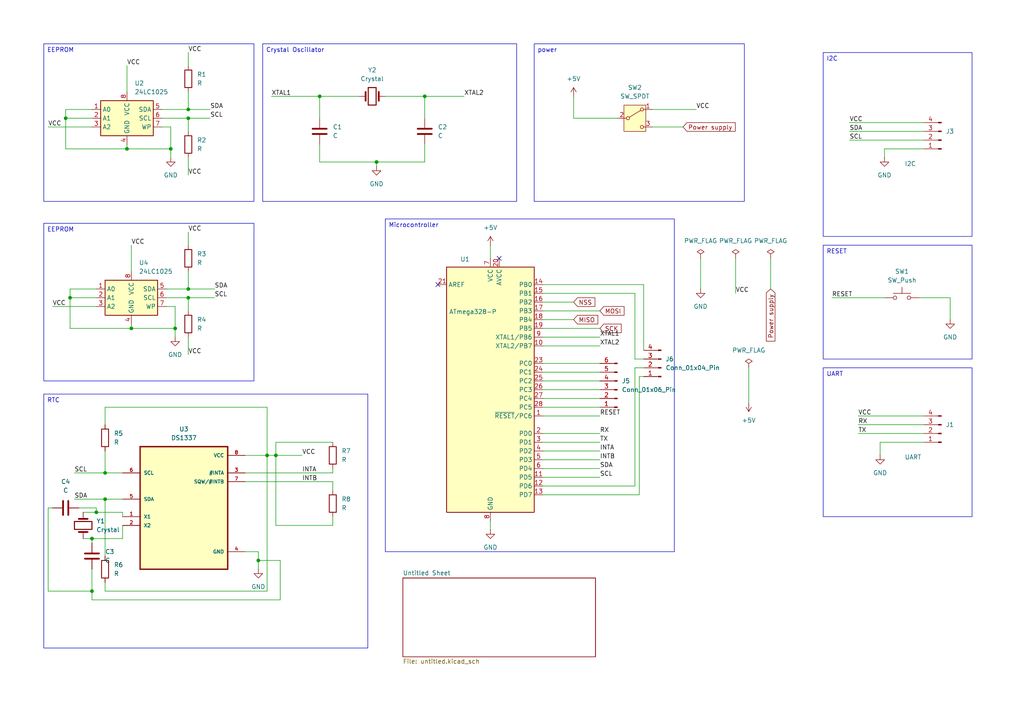
<source format=kicad_sch>
(kicad_sch (version 20231120) (generator "eeschema") (generator_version "8.0")
  (paper "A4")
  (title_block (title "${Title}") (date "2025-03-20") (rev "${Version}") (company "${Author}"))
  (lib_symbols
    (symbol "Connector:Conn_01x04_Pin" (pin_names (offset 1.016) hide)
      (property "Reference" "J" (at 0 5.08 0))
      (property "Value" "Conn_01x04_Pin" (at 0 -7.62 0))
      (symbol "Conn_01x04_Pin_1_1"
        (polyline (pts (xy 1.27 -5.08) (xy 0.8636 -5.08)) (stroke (width 0.1524)))
        (polyline (pts (xy 1.27 -2.54) (xy 0.8636 -2.54)) (stroke (width 0.1524)))
        (polyline (pts (xy 1.27 0) (xy 0.8636 0)) (stroke (width 0.1524)))
        (polyline (pts (xy 1.27 2.54) (xy 0.8636 2.54)) (stroke (width 0.1524)))
        (rectangle (start 0.8636 -4.953) (end 0 -5.207) (stroke (width 0.1524)) (fill (type outline)))
        (rectangle (start 0.8636 -2.413) (end 0 -2.667) (stroke (width 0.1524)) (fill (type outline)))
        (rectangle (start 0.8636 0.127) (end 0 -0.127) (stroke (width 0.1524)) (fill (type outline)))
        (rectangle (start 0.8636 2.667) (end 0 2.413) (stroke (width 0.1524)) (fill (type outline)))
        (pin passive line (at 5.08 2.54 180) (length 3.81) (name "Pin_1") (number "1"))
        (pin passive line (at 5.08 0 180) (length 3.81) (name "Pin_2") (number "2"))
        (pin passive line (at 5.08 -2.54 180) (length 3.81) (name "Pin_3") (number "3"))
        (pin passive line (at 5.08 -5.08 180) (length 3.81) (name "Pin_4") (number "4"))
      )
    )
    (symbol "Connector:Conn_01x06_Pin" (pin_names (offset 1.016) hide)
      (property "Reference" "J" (at 0 7.62 0))
      (property "Value" "Conn_01x06_Pin" (at 0 -10.16 0))
      (symbol "Conn_01x06_Pin_1_1"
        (polyline (pts (xy 1.27 -7.62) (xy 0.8636 -7.62)) (stroke (width 0.1524)))
        (polyline (pts (xy 1.27 -5.08) (xy 0.8636 -5.08)) (stroke (width 0.1524)))
        (polyline (pts (xy 1.27 -2.54) (xy 0.8636 -2.54)) (stroke (width 0.1524)))
        (polyline (pts (xy 1.27 0) (xy 0.8636 0)) (stroke (width 0.1524)))
        (polyline (pts (xy 1.27 2.54) (xy 0.8636 2.54)) (stroke (width 0.1524)))
        (polyline (pts (xy 1.27 5.08) (xy 0.8636 5.08)) (stroke (width 0.1524)))
        (rectangle (start 0.8636 -7.493) (end 0 -7.747) (stroke (width 0.1524)) (fill (type outline)))
        (rectangle (start 0.8636 -4.953) (end 0 -5.207) (stroke (width 0.1524)) (fill (type outline)))
        (rectangle (start 0.8636 -2.413) (end 0 -2.667) (stroke (width 0.1524)) (fill (type outline)))
        (rectangle (start 0.8636 0.127) (end 0 -0.127) (stroke (width 0.1524)) (fill (type outline)))
        (rectangle (start 0.8636 2.667) (end 0 2.413) (stroke (width 0.1524)) (fill (type outline)))
        (rectangle (start 0.8636 5.207) (end 0 4.953) (stroke (width 0.1524)) (fill (type outline)))
        (pin passive line (at 5.08 5.08 180) (length 3.81) (name "Pin_1") (number "1"))
        (pin passive line (at 5.08 2.54 180) (length 3.81) (name "Pin_2") (number "2"))
        (pin passive line (at 5.08 0 180) (length 3.81) (name "Pin_3") (number "3"))
        (pin passive line (at 5.08 -2.54 180) (length 3.81) (name "Pin_4") (number "4"))
        (pin passive line (at 5.08 -5.08 180) (length 3.81) (name "Pin_5") (number "5"))
        (pin passive line (at 5.08 -7.62 180) (length 3.81) (name "Pin_6") (number "6"))
      )
    )
    (symbol "DS1337:DS1337" (pin_names (offset 1.016))
      (property "Reference" "U" (at -12.7 18.78 0))
      (property "Value" "DS1337" (at -12.7 -21.78 0))
      (symbol "DS1337_0_0"
        (rectangle (start -12.7 -17.78) (end 12.7 17.78) (stroke (width 0.41)) (fill (type background)))
        (pin bidirectional line (at -17.78 -2.54 0) (length 5.08) (name "X1") (number "1"))
        (pin bidirectional line (at -17.78 -5.08 0) (length 5.08) (name "X2") (number "2"))
        (pin output line (at 17.78 10.16 180) (length 5.08) (name "#INTA") (number "3"))
        (pin power_in line (at 17.78 -12.7 180) (length 5.08) (name "GND") (number "4"))
        (pin bidirectional line (at -17.78 2.54 0) (length 5.08) (name "SDA") (number "5"))
        (pin input line (at -17.78 10.16 0) (length 5.08) (name "SCL") (number "6"))
        (pin output line (at 17.78 7.62 180) (length 5.08) (name "SQW/#INTB") (number "7"))
        (pin power_in line (at 17.78 15.24 180) (length 5.08) (name "VCC") (number "8"))
      )
    )
    (symbol "Device:C" (pin_numbers hide) (pin_names (offset 0.254))
      (property "Reference" "C" (at 0.635 2.54 0))
      (property "Value" "C" (at 0.635 -2.54 0))
      (symbol "C_0_1"
        (polyline (pts (xy -2.032 -0.762) (xy 2.032 -0.762)) (stroke (width 0.508)))
        (polyline (pts (xy -2.032 0.762) (xy 2.032 0.762)) (stroke (width 0.508)))
      )
      (symbol "C_1_1"
        (pin passive line (at 0 3.81 270) (length 2.794) (name "~") (number "1"))
        (pin passive line (at 0 -3.81 90) (length 2.794) (name "~") (number "2"))
      )
    )
    (symbol "Device:Crystal" (pin_numbers hide) (pin_names (offset 1.016) hide)
      (property "Reference" "Y" (at 0 3.81 0))
      (property "Value" "Crystal" (at 0 -3.81 0))
      (symbol "Crystal_0_1"
        (rectangle (start -1.143 2.54) (end 1.143 -2.54) (stroke (width 0.3048)))
        (polyline (pts (xy -2.54 0) (xy -1.905 0)))
        (polyline (pts (xy -1.905 -1.27) (xy -1.905 1.27)) (stroke (width 0.508)))
        (polyline (pts (xy 1.905 -1.27) (xy 1.905 1.27)) (stroke (width 0.508)))
        (polyline (pts (xy 2.54 0) (xy 1.905 0)))
      )
      (symbol "Crystal_1_1"
        (pin passive line (at -3.81 0 0) (length 1.27) (name "1") (number "1"))
        (pin passive line (at 3.81 0 180) (length 1.27) (name "2") (number "2"))
      )
    )
    (symbol "Device:R" (pin_numbers hide) (pin_names (offset 0))
      (property "Reference" "R" (at 2.032 0 90))
      (property "Value" "R" (at 0 0 90))
      (symbol "R_0_1"
        (rectangle (start -1.016 -2.54) (end 1.016 2.54) (stroke (width 0.254)))
      )
      (symbol "R_1_1"
        (pin passive line (at 0 3.81 270) (length 1.27) (name "~") (number "1"))
        (pin passive line (at 0 -3.81 90) (length 1.27) (name "~") (number "2"))
      )
    )
    (symbol "MCU_Microchip_ATmega:ATmega328-P"
      (property "Reference" "U" (at -12.7 36.83 0))
      (property "Value" "ATmega328-P" (at 2.54 -36.83 0))
      (symbol "ATmega328-P_0_1"
        (rectangle (start -12.7 -35.56) (end 12.7 35.56) (stroke (width 0.254)) (fill (type background)))
      )
      (symbol "ATmega328-P_1_1"
        (pin bidirectional line (at 15.24 -7.62 180) (length 2.54) (name "~{RESET}/PC6") (number "1"))
        (pin bidirectional line (at 15.24 12.7 180) (length 2.54) (name "XTAL2/PB7") (number "10"))
        (pin bidirectional line (at 15.24 -25.4 180) (length 2.54) (name "PD5") (number "11"))
        (pin bidirectional line (at 15.24 -27.94 180) (length 2.54) (name "PD6") (number "12"))
        (pin bidirectional line (at 15.24 -30.48 180) (length 2.54) (name "PD7") (number "13"))
        (pin bidirectional line (at 15.24 30.48 180) (length 2.54) (name "PB0") (number "14"))
        (pin bidirectional line (at 15.24 27.94 180) (length 2.54) (name "PB1") (number "15"))
        (pin bidirectional line (at 15.24 25.4 180) (length 2.54) (name "PB2") (number "16"))
        (pin bidirectional line (at 15.24 22.86 180) (length 2.54) (name "PB3") (number "17"))
        (pin bidirectional line (at 15.24 20.32 180) (length 2.54) (name "PB4") (number "18"))
        (pin bidirectional line (at 15.24 17.78 180) (length 2.54) (name "PB5") (number "19"))
        (pin bidirectional line (at 15.24 -12.7 180) (length 2.54) (name "PD0") (number "2"))
        (pin power_in line (at 2.54 38.1 270) (length 2.54) (name "AVCC") (number "20"))
        (pin passive line (at -15.24 30.48 0) (length 2.54) (name "AREF") (number "21"))
        (pin passive line (at 0 -38.1 90) (length 2.54) hide (name "GND") (number "22"))
        (pin bidirectional line (at 15.24 7.62 180) (length 2.54) (name "PC0") (number "23"))
        (pin bidirectional line (at 15.24 5.08 180) (length 2.54) (name "PC1") (number "24"))
        (pin bidirectional line (at 15.24 2.54 180) (length 2.54) (name "PC2") (number "25"))
        (pin bidirectional line (at 15.24 0 180) (length 2.54) (name "PC3") (number "26"))
        (pin bidirectional line (at 15.24 -2.54 180) (length 2.54) (name "PC4") (number "27"))
        (pin bidirectional line (at 15.24 -5.08 180) (length 2.54) (name "PC5") (number "28"))
        (pin bidirectional line (at 15.24 -15.24 180) (length 2.54) (name "PD1") (number "3"))
        (pin bidirectional line (at 15.24 -17.78 180) (length 2.54) (name "PD2") (number "4"))
        (pin bidirectional line (at 15.24 -20.32 180) (length 2.54) (name "PD3") (number "5"))
        (pin bidirectional line (at 15.24 -22.86 180) (length 2.54) (name "PD4") (number "6"))
        (pin power_in line (at 0 38.1 270) (length 2.54) (name "VCC") (number "7"))
        (pin power_in line (at 0 -38.1 90) (length 2.54) (name "GND") (number "8"))
        (pin bidirectional line (at 15.24 15.24 180) (length 2.54) (name "XTAL1/PB6") (number "9"))
      )
    )
    (symbol "Memory_EEPROM:24LC1025"
      (property "Reference" "U" (at -6.35 6.35 0))
      (property "Value" "24LC1025" (at 1.27 6.35 0))
      (symbol "24LC1025_1_1"
        (rectangle (start -7.62 5.08) (end 7.62 -5.08) (stroke (width 0.254)) (fill (type background)))
        (pin input line (at -10.16 2.54 0) (length 2.54) (name "A0") (number "1"))
        (pin input line (at -10.16 0 0) (length 2.54) (name "A1") (number "2"))
        (pin input line (at -10.16 -2.54 0) (length 2.54) (name "A2") (number "3"))
        (pin power_in line (at 0 -7.62 90) (length 2.54) (name "GND") (number "4"))
        (pin bidirectional line (at 10.16 2.54 180) (length 2.54) (name "SDA") (number "5"))
        (pin input line (at 10.16 0 180) (length 2.54) (name "SCL") (number "6"))
        (pin input line (at 10.16 -2.54 180) (length 2.54) (name "WP") (number "7"))
        (pin power_in line (at 0 7.62 270) (length 2.54) (name "VCC") (number "8"))
      )
    )
    (symbol "Switch:SW_Push" (pin_numbers hide) (pin_names (offset 1.016) hide)
      (property "Reference" "SW" (at 1.27 2.54 0))
      (property "Value" "SW_Push" (at 0 -1.524 0))
      (symbol "SW_Push_0_1"
        (circle (center -2.032 0) (radius 0.508))
        (polyline (pts (xy 0 1.27) (xy 0 3.048)))
        (polyline (pts (xy 2.54 1.27) (xy -2.54 1.27)))
        (circle (center 2.032 0) (radius 0.508))
        (pin passive line (at -5.08 0 0) (length 2.54) (name "1") (number "1"))
        (pin passive line (at 5.08 0 180) (length 2.54) (name "2") (number "2"))
      )
    )
    (symbol "Switch:SW_SPDT" (pin_names (offset 0) hide)
      (property "Reference" "SW" (at 0 5.08 0))
      (property "Value" "SW_SPDT" (at 0 -5.08 0))
      (symbol "SW_SPDT_0_1"
        (circle (center -2.032 0) (radius 0.4572))
        (polyline (pts (xy -1.651 0.254) (xy 1.651 2.286)))
        (circle (center 2.032 -2.54) (radius 0.4572))
        (circle (center 2.032 2.54) (radius 0.4572))
      )
      (symbol "SW_SPDT_1_1"
        (rectangle (start -3.175 3.81) (end 3.175 -3.81) (fill (type background)))
        (pin passive line (at 5.08 2.54 180) (length 2.54) (name "A") (number "1"))
        (pin passive line (at -5.08 0 0) (length 2.54) (name "B") (number "2"))
        (pin passive line (at 5.08 -2.54 180) (length 2.54) (name "C") (number "3"))
      )
    )
    (symbol "power:+5V" (power) (pin_numbers hide) (pin_names (offset 0) hide)
      (property "Value" "+5V" (at 0 3.556 0))
      (symbol "+5V_0_1"
        (polyline (pts (xy -0.762 1.27) (xy 0 2.54)))
        (polyline (pts (xy 0 0) (xy 0 2.54)))
        (polyline (pts (xy 0 2.54) (xy 0.762 1.27)))
      )
      (symbol "+5V_1_1"
        (pin power_in line (at 0 0 90) (length 0) (name "~") (number "1"))
      )
    )
    (symbol "power:GND" (power) (pin_numbers hide) (pin_names (offset 0) hide)
      (property "Value" "GND" (at 0 -3.81 0))
      (symbol "GND_0_1"
        (polyline (pts (xy 0 0) (xy 0 -1.27) (xy 1.27 -1.27) (xy 0 -2.54) (xy -1.27 -1.27) (xy 0 -1.27)))
      )
      (symbol "GND_1_1"
        (pin power_in line (at 0 0 270) (length 0) (name "~") (number "1"))
      )
    )
    (symbol "power:PWR_FLAG" (power) (pin_numbers hide) (pin_names (offset 0) hide)
      (property "Value" "PWR_FLAG" (at 0 3.81 0))
      (symbol "PWR_FLAG_0_0"
        (pin power_out line (at 0 0 90) (length 0) (name "~") (number "1"))
      )
      (symbol "PWR_FLAG_0_1"
        (polyline (pts (xy 0 0) (xy 0 1.27) (xy -1.016 1.905) (xy 0 2.54) (xy 1.016 1.905) (xy 0 1.27)))
      )
    )
  )
  (junction (at 80.01 132.08))
  (junction (at 54.61 83.82))
  (junction (at 54.61 86.36))
  (junction (at 74.93 162.56))
  (junction (at 109.22 46.99))
  (junction (at 50.8 95.25))
  (junction (at 30.48 144.78))
  (junction (at 123.19 27.94))
  (junction (at 20.32 86.36))
  (junction (at 26.67 156.21))
  (junction (at 19.05 34.29))
  (junction (at 49.53 43.18))
  (junction (at 77.47 132.08))
  (junction (at 54.61 31.75))
  (junction (at 54.61 34.29))
  (junction (at 38.1 95.25))
  (junction (at 36.83 43.18))
  (junction (at 30.48 137.16))
  (junction (at 27.94 148.59))
  (junction (at 92.71 27.94))
  (junction (at 26.67 171.45))
  (no_connect (at 127 82.55))
  (no_connect (at 144.78 74.93))
  (wire (pts (xy 241.3 86.36) (xy 256.54 86.36)))
  (wire (pts (xy 36.83 19.05) (xy 36.83 26.67)))
  (wire (pts (xy 38.1 71.12) (xy 38.1 78.74)))
  (wire (pts (xy 36.83 43.18) (xy 49.53 43.18)))
  (wire (pts (xy 27.94 147.32) (xy 27.94 148.59)))
  (wire (pts (xy 15.24 147.32) (xy 13.97 147.32)))
  (wire (pts (xy 92.71 27.94) (xy 104.14 27.94)))
  (wire (pts (xy 54.61 45.72) (xy 54.61 50.8)))
  (wire (pts (xy 246.38 40.64) (xy 267.97 40.64)))
  (wire (pts (xy 54.61 78.74) (xy 54.61 83.82)))
  (wire (pts (xy 19.05 34.29) (xy 26.67 34.29)))
  (wire (pts (xy 157.48 107.95) (xy 173.99 107.95)))
  (wire (pts (xy 80.01 128.27) (xy 80.01 132.08)))
  (wire (pts (xy 46.99 36.83) (xy 49.53 36.83)))
  (wire (pts (xy 186.69 82.55) (xy 157.48 82.55)))
  (wire (pts (xy 185.42 143.51) (xy 157.48 143.51)))
  (wire (pts (xy 81.28 173.99) (xy 81.28 162.56)))
  (wire (pts (xy 20.32 95.25) (xy 38.1 95.25)))
  (wire (pts (xy 111.76 27.94) (xy 123.19 27.94)))
  (wire (pts (xy 49.53 36.83) (xy 49.53 43.18)))
  (wire (pts (xy 26.67 31.75) (xy 19.05 31.75)))
  (wire (pts (xy 54.61 83.82) (xy 62.23 83.82)))
  (wire (pts (xy 27.94 148.59) (xy 24.13 148.59)))
  (wire (pts (xy 46.99 31.75) (xy 54.61 31.75)))
  (wire (pts (xy 30.48 171.45) (xy 77.47 171.45)))
  (wire (pts (xy 49.53 43.18) (xy 49.53 45.72)))
  (wire (pts (xy 248.92 123.19) (xy 267.97 123.19)))
  (wire (pts (xy 50.8 88.9) (xy 50.8 95.25)))
  (wire (pts (xy 71.12 132.08) (xy 77.47 132.08)))
  (wire (pts (xy 74.93 160.02) (xy 74.93 162.56)))
  (wire (pts (xy 92.71 27.94) (xy 92.71 34.29)))
  (wire (pts (xy 157.48 115.57) (xy 173.99 115.57)))
  (wire (pts (xy 71.12 139.7) (xy 96.52 139.7)))
  (wire (pts (xy 96.52 142.24) (xy 96.52 139.7)))
  (wire (pts (xy 109.22 46.99) (xy 109.22 48.26)))
  (wire (pts (xy 80.01 132.08) (xy 87.63 132.08)))
  (wire (pts (xy 20.32 86.36) (xy 27.94 86.36)))
  (wire (pts (xy 157.48 105.41) (xy 173.99 105.41)))
  (wire (pts (xy 26.67 171.45) (xy 26.67 173.99)))
  (wire (pts (xy 35.56 152.4) (xy 35.56 156.21)))
  (wire (pts (xy 246.38 38.1) (xy 267.97 38.1)))
  (wire (pts (xy 96.52 152.4) (xy 80.01 152.4)))
  (wire (pts (xy 184.15 106.68) (xy 186.69 106.68)))
  (wire (pts (xy 157.48 130.81) (xy 173.99 130.81)))
  (wire (pts (xy 179.07 34.29) (xy 166.37 34.29)))
  (wire (pts (xy 217.17 106.68) (xy 217.17 116.84)))
  (wire (pts (xy 50.8 95.25) (xy 50.8 97.79)))
  (wire (pts (xy 157.48 113.03) (xy 173.99 113.03)))
  (wire (pts (xy 186.69 109.22) (xy 185.42 109.22)))
  (wire (pts (xy 54.61 86.36) (xy 54.61 90.17)))
  (wire (pts (xy 26.67 156.21) (xy 26.67 157.48)))
  (wire (pts (xy 30.48 144.78) (xy 30.48 161.29)))
  (wire (pts (xy 184.15 140.97) (xy 184.15 106.68)))
  (wire (pts (xy 26.67 156.21) (xy 24.13 156.21)))
  (wire (pts (xy 21.59 137.16) (xy 30.48 137.16)))
  (wire (pts (xy 30.48 118.11) (xy 77.47 118.11)))
  (wire (pts (xy 54.61 15.24) (xy 54.61 19.05)))
  (wire (pts (xy 13.97 147.32) (xy 13.97 171.45)))
  (wire (pts (xy 54.61 34.29) (xy 60.96 34.29)))
  (wire (pts (xy 189.23 31.75) (xy 201.93 31.75)))
  (wire (pts (xy 189.23 36.83) (xy 198.12 36.83)))
  (wire (pts (xy 54.61 26.67) (xy 54.61 31.75)))
  (wire (pts (xy 19.05 31.75) (xy 19.05 34.29)))
  (wire (pts (xy 267.97 128.27) (xy 255.27 128.27)))
  (wire (pts (xy 81.28 162.56) (xy 74.93 162.56)))
  (wire (pts (xy 157.48 135.89) (xy 173.99 135.89)))
  (wire (pts (xy 142.24 151.13) (xy 142.24 153.67)))
  (wire (pts (xy 123.19 46.99) (xy 109.22 46.99)))
  (wire (pts (xy 142.24 71.12) (xy 142.24 74.93)))
  (wire (pts (xy 77.47 132.08) (xy 80.01 132.08)))
  (wire (pts (xy 30.48 168.91) (xy 30.48 171.45)))
  (wire (pts (xy 185.42 109.22) (xy 185.42 143.51)))
  (wire (pts (xy 54.61 34.29) (xy 54.61 38.1)))
  (wire (pts (xy 186.69 101.6) (xy 186.69 82.55)))
  (wire (pts (xy 223.52 74.93) (xy 223.52 83.82)))
  (wire (pts (xy 203.2 74.93) (xy 203.2 83.82)))
  (wire (pts (xy 92.71 46.99) (xy 109.22 46.99)))
  (wire (pts (xy 275.59 86.36) (xy 266.7 86.36)))
  (wire (pts (xy 15.24 88.9) (xy 27.94 88.9)))
  (wire (pts (xy 157.48 110.49) (xy 173.99 110.49)))
  (wire (pts (xy 256.54 43.18) (xy 256.54 45.72)))
  (wire (pts (xy 248.92 120.65) (xy 267.97 120.65)))
  (wire (pts (xy 74.93 162.56) (xy 74.93 165.1)))
  (wire (pts (xy 38.1 93.98) (xy 38.1 95.25)))
  (wire (pts (xy 22.86 147.32) (xy 27.94 147.32)))
  (wire (pts (xy 19.05 34.29) (xy 19.05 43.18)))
  (wire (pts (xy 157.48 100.33) (xy 173.99 100.33)))
  (wire (pts (xy 96.52 135.89) (xy 96.52 137.16)))
  (wire (pts (xy 78.74 27.94) (xy 92.71 27.94)))
  (wire (pts (xy 248.92 125.73) (xy 267.97 125.73)))
  (wire (pts (xy 255.27 128.27) (xy 255.27 132.08)))
  (wire (pts (xy 157.48 95.25) (xy 173.99 95.25)))
  (wire (pts (xy 123.19 27.94) (xy 134.62 27.94)))
  (wire (pts (xy 213.36 74.93) (xy 213.36 85.09)))
  (wire (pts (xy 96.52 128.27) (xy 80.01 128.27)))
  (wire (pts (xy 246.38 35.56) (xy 267.97 35.56)))
  (wire (pts (xy 157.48 133.35) (xy 173.99 133.35)))
  (wire (pts (xy 54.61 97.79) (xy 54.61 102.87)))
  (wire (pts (xy 123.19 41.91) (xy 123.19 46.99)))
  (wire (pts (xy 157.48 125.73) (xy 173.99 125.73)))
  (wire (pts (xy 35.56 156.21) (xy 26.67 156.21)))
  (wire (pts (xy 19.05 43.18) (xy 36.83 43.18)))
  (wire (pts (xy 20.32 86.36) (xy 20.32 95.25)))
  (wire (pts (xy 92.71 41.91) (xy 92.71 46.99)))
  (wire (pts (xy 157.48 118.11) (xy 173.99 118.11)))
  (wire (pts (xy 48.26 88.9) (xy 50.8 88.9)))
  (wire (pts (xy 35.56 148.59) (xy 27.94 148.59)))
  (wire (pts (xy 166.37 34.29) (xy 166.37 27.94)))
  (wire (pts (xy 157.48 120.65) (xy 173.99 120.65)))
  (wire (pts (xy 48.26 83.82) (xy 54.61 83.82)))
  (wire (pts (xy 157.48 92.71) (xy 166.37 92.71)))
  (wire (pts (xy 54.61 67.31) (xy 54.61 71.12)))
  (wire (pts (xy 21.59 144.78) (xy 30.48 144.78)))
  (wire (pts (xy 157.48 138.43) (xy 173.99 138.43)))
  (wire (pts (xy 30.48 118.11) (xy 30.48 123.19)))
  (wire (pts (xy 20.32 83.82) (xy 20.32 86.36)))
  (wire (pts (xy 48.26 86.36) (xy 54.61 86.36)))
  (wire (pts (xy 30.48 130.81) (xy 30.48 137.16)))
  (wire (pts (xy 96.52 149.86) (xy 96.52 152.4)))
  (wire (pts (xy 123.19 27.94) (xy 123.19 34.29)))
  (wire (pts (xy 30.48 137.16) (xy 35.56 137.16)))
  (wire (pts (xy 27.94 83.82) (xy 20.32 83.82)))
  (wire (pts (xy 54.61 31.75) (xy 60.96 31.75)))
  (wire (pts (xy 77.47 171.45) (xy 77.47 132.08)))
  (wire (pts (xy 186.69 104.14) (xy 184.15 104.14)))
  (wire (pts (xy 71.12 137.16) (xy 96.52 137.16)))
  (wire (pts (xy 36.83 41.91) (xy 36.83 43.18)))
  (wire (pts (xy 71.12 160.02) (xy 74.93 160.02)))
  (wire (pts (xy 157.48 87.63) (xy 166.37 87.63)))
  (wire (pts (xy 157.48 90.17) (xy 173.99 90.17)))
  (wire (pts (xy 46.99 34.29) (xy 54.61 34.29)))
  (wire (pts (xy 13.97 36.83) (xy 26.67 36.83)))
  (wire (pts (xy 157.48 97.79) (xy 173.99 97.79)))
  (wire (pts (xy 184.15 85.09) (xy 157.48 85.09)))
  (wire (pts (xy 38.1 95.25) (xy 50.8 95.25)))
  (wire (pts (xy 275.59 92.71) (xy 275.59 86.36)))
  (wire (pts (xy 35.56 149.86) (xy 35.56 148.59)))
  (wire (pts (xy 13.97 171.45) (xy 26.67 171.45)))
  (wire (pts (xy 267.97 43.18) (xy 256.54 43.18)))
  (wire (pts (xy 26.67 165.1) (xy 26.67 171.45)))
  (wire (pts (xy 30.48 144.78) (xy 35.56 144.78)))
  (wire (pts (xy 157.48 128.27) (xy 173.99 128.27)))
  (wire (pts (xy 54.61 86.36) (xy 62.23 86.36)))
  (wire (pts (xy 77.47 118.11) (xy 77.47 132.08)))
  (wire (pts (xy 157.48 140.97) (xy 184.15 140.97)))
  (wire (pts (xy 26.67 173.99) (xy 81.28 173.99)))
  (wire (pts (xy 184.15 104.14) (xy 184.15 85.09)))
  (wire (pts (xy 80.01 152.4) (xy 80.01 132.08)))
  (text_box "UART" (at 238.76 106.68 0) (size 43.18 43.18) (effects (font (size 1.27 1.27)) (justify left top)))
  (text_box "Microcontroller" (at 111.76 63.5 0) (size 83.82 96.52) (effects (font (size 1.27 1.27)) (justify left top)))
  (text_box "power" (at 154.94 12.7 0) (size 60.96 45.72) (effects (font (size 1.27 1.27)) (justify left top)))
  (text_box "Crystal Oscillator" (at 76.2 12.7 0) (size 73.66 45.72) (effects (font (size 1.27 1.27)) (justify left top)))
  (text_box "EEPROM" (at 12.7 12.7 0) (size 60.96 45.72) (effects (font (size 1.27 1.27)) (justify left top)))
  (text_box "I2C" (at 238.76 15.24 0) (size 43.18 53.34) (effects (font (size 1.27 1.27)) (justify left top)))
  (text_box "RTC" (at 12.7 114.3 0) (size 93.98 73.66) (effects (font (size 1.27 1.27)) (justify left top)))
  (text_box "EEPROM" (at 12.7 64.77 0) (size 60.96 45.72) (effects (font (size 1.27 1.27)) (justify left top)))
  (text_box "RESET" (at 238.76 71.12 0) (size 43.18 33.02) (effects (font (size 1.27 1.27)) (justify left top)))
  (label "SCL" (at 21.59 137.16 0))
  (label "VCC" (at 13.97 36.83 0))
  (label "SDA" (at 60.96 31.75 0))
  (label "XTAL2" (at 173.99 100.33 0))
  (label "RESET" (at 173.99 120.65 0))
  (label "SCL" (at 246.38 40.64 0))
  (label "XTAL1" (at 173.99 97.79 0))
  (label "VCC" (at 54.61 50.8 0))
  (label "VCC" (at 87.63 132.08 0))
  (label "SCL" (at 173.99 138.43 0))
  (label "RX" (at 173.99 125.73 0))
  (label "XTAL2" (at 134.62 27.94 0))
  (label "VCC" (at 38.1 71.12 0))
  (label "RX" (at 248.92 123.19 0))
  (label "INTA" (at 173.99 130.81 0))
  (label "INTB" (at 173.99 133.35 0))
  (label "SDA" (at 62.23 83.82 0))
  (label "VCC" (at 36.83 19.05 0))
  (label "VCC" (at 213.36 85.09 0))
  (label "VCC" (at 15.24 88.9 0))
  (label "VCC" (at 54.61 102.87 0))
  (label "SDA" (at 246.38 38.1 0))
  (label "SCL" (at 60.96 34.29 0))
  (label "TX" (at 248.92 125.73 0))
  (label "VCC" (at 201.93 31.75 0))
  (label "VCC" (at 54.61 67.31 0))
  (label "INTA" (at 87.63 137.16 0))
  (label "SDA" (at 173.99 135.89 0))
  (label "TX" (at 173.99 128.27 0))
  (label "RESET" (at 241.3 86.36 0))
  (label "SCL" (at 62.23 86.36 0))
  (label "VCC" (at 54.61 15.24 0))
  (label "VCC" (at 246.38 35.56 0))
  (label "SDA" (at 21.59 144.78 0))
  (label "INTB" (at 87.63 139.7 0))
  (label "XTAL1" (at 78.74 27.94 0))
  (label "VCC" (at 248.92 120.65 0))
  (global_label "SCK" (shape input) (at 173.99 95.25 0) (property "Intersheetrefs" "${INTERSHEET_REFS}" (effects (hide yes))))
  (global_label "Power supply" (shape input) (at 223.52 83.82 270) (property "Intersheetrefs" "${INTERSHEET_REFS}" (effects (hide yes))))
  (global_label "Power supply" (shape input) (at 198.12 36.83 0) (property "Intersheetrefs" "${INTERSHEET_REFS}" (effects (hide yes))))
  (global_label "MOSI" (shape input) (at 173.99 90.17 0) (property "Intersheetrefs" "${INTERSHEET_REFS}" (effects (hide yes))))
  (global_label "NSS" (shape input) (at 166.37 87.63 0) (property "Intersheetrefs" "${INTERSHEET_REFS}" (effects (hide yes))))
  (global_label "MISO" (shape input) (at 166.37 92.71 0) (property "Intersheetrefs" "${INTERSHEET_REFS}" (effects (hide yes))))
  (symbol (lib_id "power:GND") (at 50.8 97.79 0) (unit 1)
    (property "Reference" "#PWR02" (effects (hide yes)))
    (property "Value" "GND" (at 50.8 102.87 0))
    (property "Description" "Power symbol creates a global label with name \"GND\" , ground" (effects (hide yes)))
  )
  (symbol (lib_id "power:GND") (at 142.24 153.67 0) (unit 1)
    (property "Reference" "#PWR03" (effects (hide yes)))
    (property "Value" "GND" (at 142.24 158.75 0))
    (property "Description" "Power symbol creates a global label with name \"GND\" , ground" (effects (hide yes)))
  )
  (symbol (lib_id "Device:C") (at 19.05 147.32 90) (unit 1)
    (property "Reference" "C4" (at 19.05 139.7 90))
    (property "Value" "C" (at 19.05 142.24 90))
    (property "Footprint" "Capacitor_SMD:C_0402_1005Metric" (effects (hide yes)))
    (property "Description" "Unpolarized capacitor" (effects (hide yes)))
  )
  (symbol (lib_id "Switch:SW_SPDT") (at 184.15 34.29 0) (unit 1)
    (property "Reference" "SW2" (at 184.15 25.4 0))
    (property "Value" "SW_SPDT" (at 184.15 27.94 0))
    (property "Footprint" "SPDT:SW_MINI-SPDT-SW" (effects (hide yes)))
    (property "Description" "Switch, single pole double throw" (effects (hide yes)))
  )
  (symbol (lib_id "Device:R") (at 54.61 74.93 0) (unit 1)
    (property "Reference" "R3" (at 57.15 73.6599 0) (effects (justify left)))
    (property "Value" "R" (at 57.15 76.1999 0) (effects (justify left)))
    (property "Footprint" "Resistor_SMD:R_0603_1608Metric" (effects (hide yes)))
    (property "Description" "Resistor" (effects (hide yes)))
  )
  (symbol (lib_id "power:GND") (at 256.54 45.72 0) (unit 1)
    (property "Reference" "#PWR08" (effects (hide yes)))
    (property "Value" "GND" (at 256.54 50.8 0))
    (property "Description" "Power symbol creates a global label with name \"GND\" , ground" (effects (hide yes)))
  )
  (symbol (lib_id "Device:C") (at 123.19 38.1 0) (unit 1)
    (property "Reference" "C2" (at 127 36.8299 0) (effects (justify left)))
    (property "Value" "C" (at 127 39.3699 0) (effects (justify left)))
    (property "Footprint" "Capacitor_SMD:C_0402_1005Metric" (effects (hide yes)))
    (property "Description" "Unpolarized capacitor" (effects (hide yes)))
  )
  (symbol (lib_id "power:PWR_FLAG") (at 203.2 74.93 0) (unit 1)
    (property "Reference" "#FLG01" (effects (hide yes)))
    (property "Value" "PWR_FLAG" (at 203.2 69.85 0))
    (property "Description" "Special symbol for telling ERC where power comes from" (effects (hide yes)))
  )
  (symbol (lib_id "power:PWR_FLAG") (at 223.52 74.93 0) (unit 1)
    (property "Reference" "#FLG03" (effects (hide yes)))
    (property "Value" "PWR_FLAG" (at 223.52 69.85 0))
    (property "Description" "Special symbol for telling ERC where power comes from" (effects (hide yes)))
  )
  (symbol (lib_id "power:GND") (at 109.22 48.26 0) (unit 1)
    (property "Reference" "#PWR07" (effects (hide yes)))
    (property "Value" "GND" (at 109.22 53.34 0))
    (property "Description" "Power symbol creates a global label with name \"GND\" , ground" (effects (hide yes)))
  )
  (symbol (lib_id "Memory_EEPROM:24LC1025") (at 36.83 34.29 0) (unit 1)
    (property "Reference" "U2" (at 39.0241 24.13 0) (effects (justify left)))
    (property "Value" "24LC1025" (at 39.0241 26.67 0) (effects (justify left)))
    (property "Footprint" "Package_SO:SOIC-8_3.9x4.9mm_P1.27mm" (effects (hide yes)))
    (property "Datasheet" "http://ww1.microchip.com/downloads/en/DeviceDoc/21941B.pdf" (effects (hide yes)))
    (property "Description" "I2C Serial EEPROM, 1024Kb, DIP-8/SOIC-8/TSSOP-8/DFN-8" (effects (hide yes)))
  )
  (symbol (lib_id "Connector:Conn_01x04_Pin") (at 273.05 40.64 180) (unit 1)
    (property "Reference" "J3" (at 274.32 38.0999 0) (effects (justify right)))
    (property "Value" "I2C" (at 262.382 47.498 0) (effects (justify right)))
    (property "Footprint" "Connector_Samtec_HPM_THT:Samtec_HPM-04-01-x-S_Straight_1x04_Pitch5.08mm" (effects (hide yes)))
    (property "Description" "Generic connector, single row, 01x04, script generated" (effects (hide yes)))
  )
  (symbol (lib_id "power:GND") (at 49.53 45.72 0) (unit 1)
    (property "Reference" "#PWR01" (effects (hide yes)))
    (property "Value" "GND" (at 49.53 50.8 0))
    (property "Description" "Power symbol creates a global label with name \"GND\" , ground" (effects (hide yes)))
  )
  (symbol (lib_id "Device:C") (at 26.67 161.29 0) (unit 1)
    (property "Reference" "C3" (at 30.48 160.0199 0) (effects (justify left)))
    (property "Value" "C" (at 30.48 162.5599 0) (effects (justify left)))
    (property "Footprint" "Capacitor_SMD:C_0402_1005Metric" (effects (hide yes)))
    (property "Description" "Unpolarized capacitor" (effects (hide yes)))
  )
  (symbol (lib_id "DS1337:DS1337") (at 53.34 147.32 0) (unit 1)
    (property "Reference" "U3" (at 53.34 124.46 0))
    (property "Value" "DS1337" (at 53.34 127 0))
    (property "Footprint" "RTC:DIP794W47P254L991H457Q8" (effects (hide yes)))
    (property "DigiKey_Part_Number" "DS1337+-ND" (effects (hide yes)))
    (property "SnapEDA_Link" "https://www.snapeda.com/parts/DS1337+/Analog+Devices/view-part/?ref=snap" (effects (hide yes)))
    (property "Description_1" "\n                        \n                            I²C Serial Real-Time Clock\n                        \n" (effects (hide yes)))
    (property "MF" "Analog Devices" (effects (hide yes)))
    (property "Package" "PDIP-8 Maxim" (effects (hide yes)))
    (property "Check_prices" "https://www.snapeda.com/parts/DS1337+/Analog+Devices/view-part/?ref=eda" (effects (hide yes)))
    (property "MP" "DS1337+" (effects (hide yes)))
  )
  (symbol (lib_id "MCU_Microchip_ATmega:ATmega328-P") (at 142.24 113.03 0) (unit 1)
    (property "Reference" "U1" (at 134.874 75.184 0))
    (property "Value" "ATmega328-P" (at 137.16 90.424 0))
    (property "Footprint" "ATEMEGA:QFP80P900X900X120-32N" (effects (hide yes)))
    (property "Datasheet" "http://ww1.microchip.com/downloads/en/DeviceDoc/ATmega328_P%20AVR%20MCU%20with%20picoPower%20Technology%20Data%20Sheet%2040001984A.pdf" (effects (hide yes)))
    (property "Description" "20MHz, 32kB Flash, 2kB SRAM, 1kB EEPROM, DIP-28" (effects (hide yes)))
  )
  (symbol (lib_id "power:GND") (at 255.27 132.08 0) (unit 1)
    (property "Reference" "#PWR05" (effects (hide yes)))
    (property "Value" "GND" (at 255.27 137.16 0))
    (property "Description" "Power symbol creates a global label with name \"GND\" , ground" (effects (hide yes)))
  )
  (symbol (lib_id "power:+5V") (at 142.24 71.12 0) (unit 1)
    (property "Reference" "#PWR012" (effects (hide yes)))
    (property "Value" "+5V" (at 142.24 66.04 0))
    (property "Description" "Power symbol creates a global label with name \"+5V\"" (effects (hide yes)))
  )
  (symbol (lib_id "power:GND") (at 74.93 165.1 0) (unit 1)
    (property "Reference" "#PWR04" (effects (hide yes)))
    (property "Value" "GND" (at 74.93 170.18 0))
    (property "Description" "Power symbol creates a global label with name \"GND\" , ground" (effects (hide yes)))
  )
  (symbol (lib_id "Device:R") (at 30.48 127 0) (unit 1)
    (property "Reference" "R5" (at 33.02 125.7299 0) (effects (justify left)))
    (property "Value" "R" (at 33.02 128.2699 0) (effects (justify left)))
    (property "Footprint" "Resistor_SMD:R_0603_1608Metric" (effects (hide yes)))
    (property "Description" "Resistor" (effects (hide yes)))
  )
  (symbol (lib_id "Device:R") (at 54.61 93.98 0) (unit 1)
    (property "Reference" "R4" (at 57.15 92.7099 0) (effects (justify left)))
    (property "Value" "R" (at 57.15 95.2499 0) (effects (justify left)))
    (property "Footprint" "Resistor_SMD:R_0603_1608Metric" (effects (hide yes)))
    (property "Description" "Resistor" (effects (hide yes)))
  )
  (symbol (lib_id "power:+5V") (at 217.17 116.84 180) (unit 1)
    (property "Reference" "#PWR014" (effects (hide yes)))
    (property "Value" "+5V" (at 217.17 121.92 0))
    (property "Description" "Power symbol creates a global label with name \"+5V\"" (effects (hide yes)))
  )
  (symbol (lib_id "power:+5V") (at 166.37 27.94 0) (unit 1)
    (property "Reference" "#PWR010" (effects (hide yes)))
    (property "Value" "+5V" (at 166.37 22.86 0))
    (property "Description" "Power symbol creates a global label with name \"+5V\"" (effects (hide yes)))
  )
  (symbol (lib_id "Device:R") (at 54.61 41.91 0) (unit 1)
    (property "Reference" "R2" (at 57.15 40.6399 0) (effects (justify left)))
    (property "Value" "R" (at 57.15 43.1799 0) (effects (justify left)))
    (property "Footprint" "Resistor_SMD:R_0603_1608Metric" (effects (hide yes)))
    (property "Description" "Resistor" (effects (hide yes)))
  )
  (symbol (lib_id "Connector:Conn_01x04_Pin") (at 273.05 125.73 180) (unit 1)
    (property "Reference" "J1" (at 274.32 123.1899 0) (effects (justify right)))
    (property "Value" "UART" (at 262.382 132.588 0) (effects (justify right)))
    (property "Footprint" "Connector_Samtec_HPM_THT:Samtec_HPM-04-01-x-S_Straight_1x04_Pitch5.08mm" (effects (hide yes)))
    (property "Description" "Generic connector, single row, 01x04, script generated" (effects (hide yes)))
  )
  (symbol (lib_id "Switch:SW_Push") (at 261.62 86.36 0) (unit 1)
    (property "Reference" "SW1" (at 261.62 78.74 0))
    (property "Value" "SW_Push" (at 261.62 81.28 0))
    (property "Footprint" "Button_Switch_THT:SW_PUSH_6mm_H4.3mm" (effects (hide yes)))
    (property "Description" "Push button switch, generic, two pins" (effects (hide yes)))
  )
  (symbol (lib_id "Device:Crystal") (at 24.13 152.4 90) (unit 1)
    (property "Reference" "Y1" (at 27.94 151.1299 90) (effects (justify right)))
    (property "Value" "Crystal" (at 27.94 153.6699 90) (effects (justify right)))
    (property "Footprint" "Crystal:Crystal_HC49-4H_Vertical" (effects (hide yes)))
    (property "Description" "Two pin crystal" (effects (hide yes)))
  )
  (symbol (lib_id "power:PWR_FLAG") (at 213.36 74.93 0) (unit 1)
    (property "Reference" "#FLG02" (effects (hide yes)))
    (property "Value" "PWR_FLAG" (at 213.36 69.85 0))
    (property "Description" "Special symbol for telling ERC where power comes from" (effects (hide yes)))
  )
  (symbol (lib_id "Device:R") (at 96.52 132.08 0) (unit 1)
    (property "Reference" "R7" (at 99.06 130.8099 0) (effects (justify left)))
    (property "Value" "R" (at 99.06 133.3499 0) (effects (justify left)))
    (property "Footprint" "Resistor_SMD:R_0603_1608Metric" (effects (hide yes)))
    (property "Description" "Resistor" (effects (hide yes)))
  )
  (symbol (lib_id "Memory_EEPROM:24LC1025") (at 38.1 86.36 0) (unit 1)
    (property "Reference" "U4" (at 40.2941 76.2 0) (effects (justify left)))
    (property "Value" "24LC1025" (at 40.2941 78.74 0) (effects (justify left)))
    (property "Footprint" "Package_SO:SOIC-8_3.9x4.9mm_P1.27mm" (effects (hide yes)))
    (property "Datasheet" "http://ww1.microchip.com/downloads/en/DeviceDoc/21941B.pdf" (effects (hide yes)))
    (property "Description" "I2C Serial EEPROM, 1024Kb, DIP-8/SOIC-8/TSSOP-8/DFN-8" (effects (hide yes)))
  )
  (symbol (lib_id "Device:C") (at 92.71 38.1 0) (unit 1)
    (property "Reference" "C1" (at 96.52 36.8299 0) (effects (justify left)))
    (property "Value" "C" (at 96.52 39.3699 0) (effects (justify left)))
    (property "Footprint" "Capacitor_SMD:C_0402_1005Metric" (effects (hide yes)))
    (property "Description" "Unpolarized capacitor" (effects (hide yes)))
  )
  (symbol (lib_id "power:GND") (at 275.59 92.71 0) (unit 1)
    (property "Reference" "#PWR06" (effects (hide yes)))
    (property "Value" "GND" (at 275.59 97.79 0))
    (property "Description" "Power symbol creates a global label with name \"GND\" , ground" (effects (hide yes)))
  )
  (symbol (lib_id "Device:Crystal") (at 107.95 27.94 180) (unit 1)
    (property "Reference" "Y2" (at 107.95 20.32 0))
    (property "Value" "Crystal" (at 107.95 22.86 0))
    (property "Footprint" "Crystal:Crystal_HC49-4H_Vertical" (effects (hide yes)))
    (property "Description" "Two pin crystal" (effects (hide yes)))
  )
  (symbol (lib_id "Device:R") (at 30.48 165.1 0) (unit 1)
    (property "Reference" "R6" (at 33.02 163.8299 0) (effects (justify left)))
    (property "Value" "R" (at 33.02 166.3699 0) (effects (justify left)))
    (property "Footprint" "Resistor_SMD:R_0603_1608Metric" (effects (hide yes)))
    (property "Description" "Resistor" (effects (hide yes)))
  )
  (symbol (lib_id "Device:R") (at 96.52 146.05 0) (unit 1)
    (property "Reference" "R8" (at 99.06 144.7799 0) (effects (justify left)))
    (property "Value" "R" (at 99.06 147.3199 0) (effects (justify left)))
    (property "Footprint" "Resistor_SMD:R_0603_1608Metric" (effects (hide yes)))
    (property "Description" "Resistor" (effects (hide yes)))
  )
  (symbol (lib_id "power:GND") (at 203.2 83.82 0) (unit 1)
    (property "Reference" "#PWR013" (effects (hide yes)))
    (property "Value" "GND" (at 203.2 88.9 0))
    (property "Description" "Power symbol creates a global label with name \"GND\" , ground" (effects (hide yes)))
  )
  (symbol (lib_id "Device:R") (at 54.61 22.86 0) (unit 1)
    (property "Reference" "R1" (at 57.15 21.5899 0) (effects (justify left)))
    (property "Value" "R" (at 57.15 24.1299 0) (effects (justify left)))
    (property "Footprint" "Resistor_SMD:R_0603_1608Metric" (effects (hide yes)))
    (property "Description" "Resistor" (effects (hide yes)))
  )
  (symbol (lib_id "power:PWR_FLAG") (at 217.17 106.68 0) (unit 1)
    (property "Reference" "#FLG04" (effects (hide yes)))
    (property "Value" "PWR_FLAG" (at 217.17 101.6 0))
    (property "Description" "Special symbol for telling ERC where power comes from" (effects (hide yes)))
  )
  (symbol (lib_id "Connector:Conn_01x06_Pin") (at 179.07 113.03 180) (unit 1)
    (property "Reference" "J5" (at 180.34 110.4899 0) (effects (justify right)))
    (property "Value" "Conn_01x06_Pin" (at 180.34 113.0299 0) (effects (justify right)))
    (property "Footprint" "Connector_Samtec_HPM_THT:Samtec_HPM-06-01-x-S_Straight_1x06_Pitch5.08mm" (effects (hide yes)))
    (property "Description" "Generic connector, single row, 01x06, script generated" (effects (hide yes)))
  )
  (symbol (lib_id "Connector:Conn_01x04_Pin") (at 191.77 106.68 180) (unit 1)
    (property "Reference" "J6" (at 193.04 104.1399 0) (effects (justify right)))
    (property "Value" "Conn_01x04_Pin" (at 193.04 106.6799 0) (effects (justify right)))
    (property "Footprint" "Connector_Samtec_HPM_THT:Samtec_HPM-04-01-x-S_Straight_1x04_Pitch5.08mm" (effects (hide yes)))
    (property "Description" "Generic connector, single row, 01x04, script generated" (effects (hide yes)))
  )
  (sheet (at 116.84 167.64) (size 55.88 22.86) (stroke (width 0.1524))
    (property "Sheetname" "Untitled Sheet" (at 116.84 166.9284 0) (effects (justify left bottom)))
    (property "Sheetfile" "untitled.kicad_sch" (at 116.84 191.0846 0) (effects (justify left top)))
  )
)
</source>
